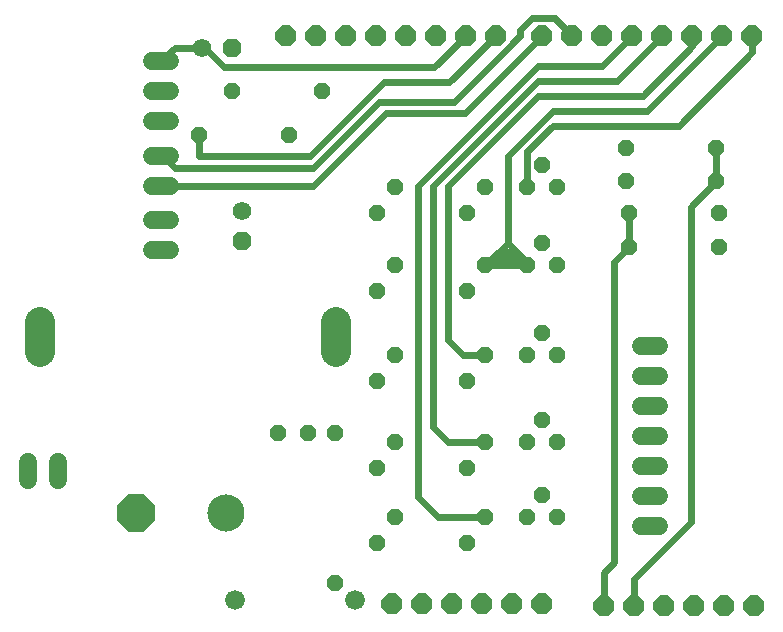
<source format=gbr>
G04 EAGLE Gerber RS-274X export*
G75*
%MOMM*%
%FSLAX34Y34*%
%LPD*%
%INBottom Copper*%
%IPPOS*%
%AMOC8*
5,1,8,0,0,1.08239X$1,22.5*%
G01*
%ADD10P,1.924489X8X112.500000*%
%ADD11P,1.924489X8X292.500000*%
%ADD12P,1.429621X8X202.500000*%
%ADD13P,1.429621X8X22.500000*%
%ADD14P,3.409096X8X202.500000*%
%ADD15C,3.149600*%
%ADD16C,2.540000*%
%ADD17P,1.704548X8X22.500000*%
%ADD18C,1.574800*%
%ADD19P,1.704548X8X292.500000*%
%ADD20C,1.676400*%
%ADD21P,1.429621X8X292.500000*%
%ADD22C,1.524000*%
%ADD23C,0.609600*%


D10*
X243840Y508000D03*
X269240Y508000D03*
X294640Y508000D03*
X320040Y508000D03*
X345440Y508000D03*
X370840Y508000D03*
X396240Y508000D03*
X421640Y508000D03*
D11*
X638810Y508000D03*
X613410Y508000D03*
X588010Y508000D03*
X562610Y508000D03*
X537210Y508000D03*
X511810Y508000D03*
X486410Y508000D03*
X461010Y508000D03*
X461010Y26670D03*
X435610Y26670D03*
X410210Y26670D03*
X384810Y26670D03*
X359410Y26670D03*
X334010Y26670D03*
D10*
X513080Y25400D03*
X538480Y25400D03*
X563880Y25400D03*
X589280Y25400D03*
X614680Y25400D03*
X640080Y25400D03*
D12*
X608330Y384810D03*
X532130Y384810D03*
D13*
X532130Y412750D03*
X608330Y412750D03*
X534670Y358140D03*
X610870Y358140D03*
D12*
X610870Y328930D03*
X534670Y328930D03*
D13*
X473710Y313690D03*
X461010Y332740D03*
X448310Y313690D03*
D12*
X412750Y313690D03*
X336550Y313690D03*
X397510Y292100D03*
X321310Y292100D03*
D13*
X473710Y237490D03*
X461010Y256540D03*
X448310Y237490D03*
D12*
X412750Y237490D03*
X336550Y237490D03*
X397510Y215900D03*
X321310Y215900D03*
D13*
X473710Y379730D03*
X461010Y398780D03*
X448310Y379730D03*
D12*
X412750Y379730D03*
X336550Y379730D03*
X397510Y358140D03*
X321310Y358140D03*
D13*
X473710Y163830D03*
X461010Y182880D03*
X448310Y163830D03*
D12*
X412750Y163830D03*
X336550Y163830D03*
X397510Y142240D03*
X321310Y142240D03*
D13*
X473710Y100330D03*
X461010Y119380D03*
X448310Y100330D03*
D12*
X412750Y100330D03*
X336550Y100330D03*
X397510Y78740D03*
X321310Y78740D03*
D14*
X117475Y104140D03*
D15*
X193675Y104140D03*
D16*
X36068Y240030D02*
X36068Y265430D01*
X286512Y265430D02*
X286512Y240030D01*
D17*
X198120Y497840D03*
D18*
X172720Y497840D03*
D13*
X170815Y424180D03*
X247015Y424180D03*
D19*
X207010Y334010D03*
D18*
X207010Y359410D03*
D13*
X237490Y171450D03*
X262890Y171450D03*
D20*
X200660Y30480D03*
X302260Y30480D03*
D21*
X285750Y171450D03*
X285750Y44450D03*
D13*
X198120Y461010D03*
X274320Y461010D03*
D22*
X544830Y245110D02*
X560070Y245110D01*
X560070Y219710D02*
X544830Y219710D01*
X544830Y194310D02*
X560070Y194310D01*
X560070Y143510D02*
X544830Y143510D01*
X544830Y118110D02*
X560070Y118110D01*
X560070Y92710D02*
X544830Y92710D01*
X544830Y168910D02*
X560070Y168910D01*
X146050Y435610D02*
X130810Y435610D01*
X130810Y461010D02*
X146050Y461010D01*
X146050Y486410D02*
X130810Y486410D01*
X130810Y381000D02*
X146050Y381000D01*
X146050Y406400D02*
X130810Y406400D01*
X130810Y326390D02*
X146050Y326390D01*
X146050Y351790D02*
X130810Y351790D01*
X50800Y147320D02*
X50800Y132080D01*
X25400Y132080D02*
X25400Y147320D01*
D23*
X538480Y48260D02*
X538480Y25400D01*
X538480Y48260D02*
X586740Y96520D01*
X586740Y363220D01*
X608330Y384810D01*
X608330Y412750D01*
X534670Y358140D02*
X534670Y328930D01*
X521970Y316230D01*
X521970Y62230D01*
X513080Y53340D02*
X513080Y25400D01*
X513080Y53340D02*
X521970Y62230D01*
X549910Y444500D02*
X613410Y508000D01*
X549910Y444500D02*
X469900Y444500D01*
X417830Y318770D02*
X412750Y313690D01*
X424180Y325120D02*
X431800Y332740D01*
X431800Y406400D01*
X469900Y444500D01*
X431800Y332740D02*
X439420Y325120D01*
X448310Y316230D01*
X448310Y313690D01*
X445770Y313690D02*
X412750Y313690D01*
X445770Y313690D02*
X448310Y316230D01*
X448310Y313690D02*
X443230Y318770D01*
X417830Y318770D01*
X424180Y325120D01*
X439420Y325120D01*
X457200Y457200D02*
X546100Y457200D01*
X588010Y499110D01*
X588010Y508000D01*
X412750Y237490D02*
X393700Y237490D01*
X381000Y250190D01*
X381000Y381000D01*
X457200Y457200D01*
X638810Y494030D02*
X638810Y508000D01*
X448310Y410210D02*
X448310Y379730D01*
X448310Y410210D02*
X469900Y431800D01*
X576580Y431800D01*
X638810Y494030D01*
X562610Y508000D02*
X524510Y469900D01*
X457200Y469900D02*
X368300Y381000D01*
X457200Y469900D02*
X524510Y469900D01*
X412750Y163830D02*
X381000Y163830D01*
X368300Y176530D01*
X368300Y381000D01*
X511810Y482600D02*
X537210Y508000D01*
X511810Y482600D02*
X457200Y482600D01*
X355600Y381000D01*
X355600Y117475D01*
X372745Y100330D02*
X412750Y100330D01*
X372745Y100330D02*
X355600Y117475D01*
X369570Y481330D02*
X396240Y508000D01*
X369570Y481330D02*
X191770Y481330D01*
X175260Y497840D01*
X172720Y497840D01*
X149860Y497840D01*
X138430Y486410D01*
X382270Y468630D02*
X421640Y508000D01*
X382270Y468630D02*
X327025Y468630D01*
X170815Y424180D02*
X170815Y406400D01*
X264795Y406400D02*
X327025Y468630D01*
X264795Y406400D02*
X170815Y406400D01*
X395605Y442595D02*
X461010Y508000D01*
X395605Y442595D02*
X328422Y442595D01*
X266827Y381000D02*
X138430Y381000D01*
X266827Y381000D02*
X328422Y442595D01*
X471932Y522478D02*
X486410Y508000D01*
X471932Y522478D02*
X452120Y522478D01*
X441960Y512318D01*
X436118Y502158D02*
X436118Y502003D01*
X386235Y452120D01*
X441960Y508000D02*
X441960Y512318D01*
X441960Y508000D02*
X436118Y502158D01*
X323215Y452120D02*
X267335Y396240D01*
X323215Y452120D02*
X386235Y452120D01*
X267335Y396240D02*
X149860Y396240D01*
X139700Y406400D01*
X138430Y406400D01*
M02*

</source>
